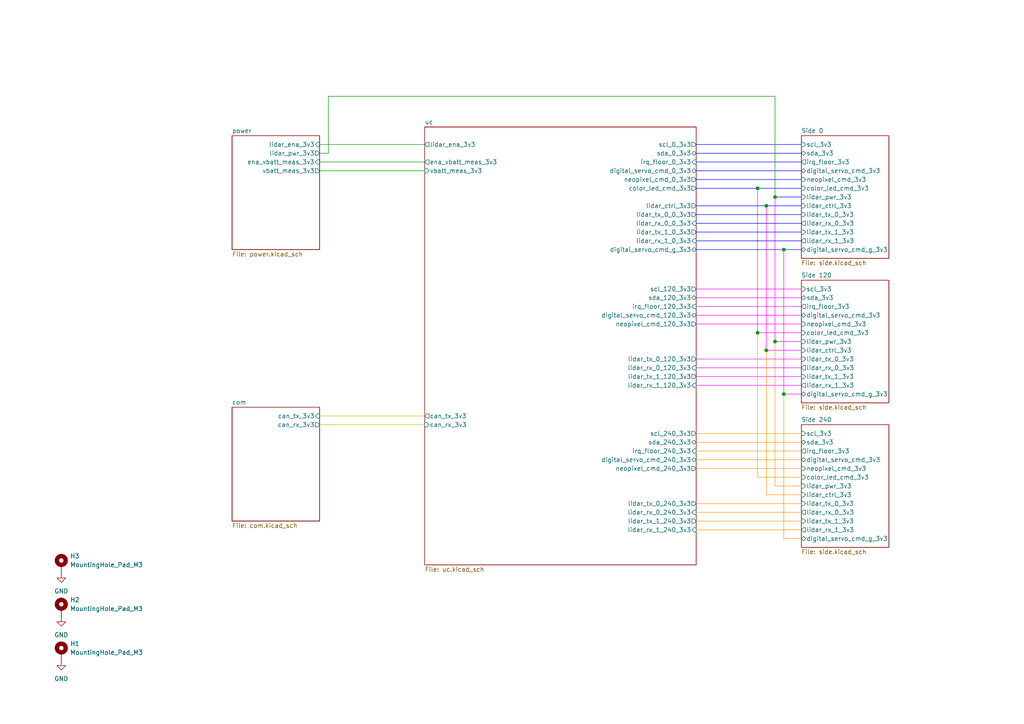
<source format=kicad_sch>
(kicad_sch (version 20250114) (generator "eeschema") (generator_version "9.0")
  (paper "A4")
  (lib_symbols
    (symbol "cocotter_others:MountingHole_Pad_M3" (pin_numbers (hide yes)) (pin_names (offset 1.016) (hide yes)) (exclude_from_sim yes) (in_bom no)
      (property "Reference" "H" (at 0 6.35 0))
      (property "Value" "MountingHole_Pad_M3" (at 0 4.445 0))
      (symbol "MountingHole_Pad_M3_0_1"
        (circle (center 0 1.27) (radius 1.27) (stroke (width 1.27)))
      )
      (symbol "MountingHole_Pad_M3_1_1"
        (pin input line (at 0 -2.54 90) (length 2.54) (name "1") (number "1"))
      )
    )
    (symbol "power:GND" (power) (pin_numbers (hide yes)) (pin_names (offset 0) (hide yes))
      (property "Value" "GND" (at 0 -3.81 0))
      (symbol "GND_0_1"
        (polyline (pts (xy 0 0) (xy 0 -1.27) (xy 1.27 -1.27) (xy 0 -2.54) (xy -1.27 -1.27) (xy 0 -1.27)))
      )
      (symbol "GND_1_1"
        (pin power_in line (at 0 0 270) (length 0) (name "~") (number "1"))
      )
    )
  )
  (junction (at 222.25 59.69))
  (junction (at 227.33 72.39))
  (junction (at 227.33 114.3))
  (junction (at 219.71 96.52))
  (junction (at 224.79 99.06))
  (junction (at 222.25 101.6))
  (junction (at 219.71 54.61))
  (junction (at 224.79 57.15))
  (wire (pts (xy 201.93 44.45) (xy 232.41 44.45)) (stroke (width 0) (color 0 0 255 1)))
  (wire (pts (xy 92.71 49.53) (xy 123.19 49.53)))
  (wire (pts (xy 201.93 93.98) (xy 232.41 93.98)) (stroke (width 0) (color 255 0 255 1)))
  (wire (pts (xy 232.41 156.21) (xy 227.33 156.21)) (stroke (width 0) (color 255 153 0 1)))
  (wire (pts (xy 201.93 69.85) (xy 232.41 69.85)) (stroke (width 0) (color 0 0 255 1)))
  (wire (pts (xy 201.93 59.69) (xy 222.25 59.69)) (stroke (width 0) (color 0 0 255 1)))
  (wire (pts (xy 201.93 146.05) (xy 232.41 146.05)) (stroke (width 0) (color 255 153 0 1)))
  (wire (pts (xy 201.93 148.59) (xy 232.41 148.59)) (stroke (width 0) (color 255 153 0 1)))
  (wire (pts (xy 92.71 123.19) (xy 123.19 123.19)) (stroke (width 0) (color 194 194 0 1)))
  (wire (pts (xy 201.93 135.89) (xy 232.41 135.89)) (stroke (width 0) (color 255 153 0 1)))
  (wire (pts (xy 201.93 151.13) (xy 232.41 151.13)) (stroke (width 0) (color 255 153 0 1)))
  (wire (pts (xy 224.79 57.15) (xy 232.41 57.15)) (stroke (width 0) (color 0 0 255 1)))
  (wire (pts (xy 227.33 72.39) (xy 232.41 72.39)) (stroke (width 0) (color 0 0 255 1)))
  (wire (pts (xy 201.93 128.27) (xy 232.41 128.27)) (stroke (width 0) (color 255 153 0 1)))
  (wire (pts (xy 201.93 130.81) (xy 232.41 130.81)) (stroke (width 0) (color 255 153 0 1)))
  (wire (pts (xy 201.93 62.23) (xy 232.41 62.23)) (stroke (width 0) (color 0 0 255 1)))
  (wire (pts (xy 92.71 44.45) (xy 95.25 44.45)))
  (wire (pts (xy 232.41 101.6) (xy 222.25 101.6)) (stroke (width 0) (color 255 0 255 1)))
  (wire (pts (xy 201.93 67.31) (xy 232.41 67.31)) (stroke (width 0) (color 0 0 255 1)))
  (wire (pts (xy 222.25 101.6) (xy 222.25 143.51)) (stroke (width 0) (color 255 153 0 1)))
  (wire (pts (xy 92.71 120.65) (xy 123.19 120.65)) (stroke (width 0) (color 194 194 0 1)))
  (wire (pts (xy 201.93 64.77) (xy 232.41 64.77)) (stroke (width 0) (color 0 0 255 1)))
  (wire (pts (xy 222.25 59.69) (xy 232.41 59.69)) (stroke (width 0) (color 0 0 255 1)))
  (wire (pts (xy 227.33 156.21) (xy 227.33 114.3)) (stroke (width 0) (color 255 153 0 1)))
  (wire (pts (xy 201.93 109.22) (xy 232.41 109.22)) (stroke (width 0) (color 255 0 255 1)))
  (wire (pts (xy 201.93 52.07) (xy 232.41 52.07)) (stroke (width 0) (color 0 0 255 1)))
  (wire (pts (xy 224.79 140.97) (xy 232.41 140.97)) (stroke (width 0) (color 255 153 0 1)))
  (wire (pts (xy 201.93 49.53) (xy 232.41 49.53)) (stroke (width 0) (color 0 0 255 1)))
  (wire (pts (xy 201.93 104.14) (xy 232.41 104.14)) (stroke (width 0) (color 255 0 255 1)))
  (wire (pts (xy 201.93 41.91) (xy 232.41 41.91)) (stroke (width 0) (color 0 0 255 1)))
  (wire (pts (xy 232.41 114.3) (xy 227.33 114.3)) (stroke (width 0) (color 255 0 255 1)))
  (wire (pts (xy 219.71 54.61) (xy 232.41 54.61)) (stroke (width 0) (color 0 0 255 1)))
  (wire (pts (xy 92.71 46.99) (xy 123.19 46.99)))
  (wire (pts (xy 222.25 59.69) (xy 222.25 101.6)) (stroke (width 0) (color 255 0 255 1)))
  (wire (pts (xy 201.93 133.35) (xy 232.41 133.35)) (stroke (width 0) (color 255 153 0 1)))
  (wire (pts (xy 201.93 72.39) (xy 227.33 72.39)) (stroke (width 0) (color 0 0 255 1)))
  (wire (pts (xy 201.93 54.61) (xy 219.71 54.61)) (stroke (width 0) (color 0 0 255 1)))
  (wire (pts (xy 201.93 46.99) (xy 232.41 46.99)) (stroke (width 0) (color 0 0 255 1)))
  (wire (pts (xy 219.71 54.61) (xy 219.71 96.52)) (stroke (width 0) (color 255 0 255 1)))
  (wire (pts (xy 219.71 138.43) (xy 232.41 138.43)) (stroke (width 0) (color 255 153 0 1)))
  (wire (pts (xy 201.93 125.73) (xy 232.41 125.73)) (stroke (width 0) (color 255 153 0 1)))
  (wire (pts (xy 224.79 99.06) (xy 232.41 99.06)) (stroke (width 0) (color 255 0 255 1)))
  (wire (pts (xy 201.93 91.44) (xy 232.41 91.44)) (stroke (width 0) (color 255 0 255 1)))
  (wire (pts (xy 92.71 41.91) (xy 123.19 41.91)))
  (wire (pts (xy 224.79 99.06) (xy 224.79 140.97)) (stroke (width 0) (color 255 153 0 1)))
  (wire (pts (xy 201.93 111.76) (xy 232.41 111.76)) (stroke (width 0) (color 255 0 255 1)))
  (wire (pts (xy 224.79 57.15) (xy 224.79 99.06)) (stroke (width 0) (color 255 0 255 1)))
  (wire (pts (xy 201.93 86.36) (xy 232.41 86.36)) (stroke (width 0) (color 255 0 255 1)))
  (wire (pts (xy 201.93 106.68) (xy 232.41 106.68)) (stroke (width 0) (color 255 0 255 1)))
  (wire (pts (xy 219.71 96.52) (xy 232.41 96.52)) (stroke (width 0) (color 255 0 255 1)))
  (wire (pts (xy 219.71 96.52) (xy 219.71 138.43)) (stroke (width 0) (color 255 153 0 1)))
  (wire (pts (xy 224.79 57.15) (xy 224.79 27.94)))
  (wire (pts (xy 222.25 143.51) (xy 232.41 143.51)) (stroke (width 0) (color 255 153 0 1)))
  (wire (pts (xy 227.33 114.3) (xy 227.33 72.39)) (stroke (width 0) (color 255 0 255 1)))
  (wire (pts (xy 95.25 44.45) (xy 95.25 27.94)))
  (wire (pts (xy 201.93 153.67) (xy 232.41 153.67)) (stroke (width 0) (color 255 153 0 1)))
  (wire (pts (xy 201.93 83.82) (xy 232.41 83.82)) (stroke (width 0) (color 255 0 255 1)))
  (wire (pts (xy 95.25 27.94) (xy 224.79 27.94)))
  (wire (pts (xy 201.93 88.9) (xy 232.41 88.9)) (stroke (width 0) (color 255 0 255 1)))
  (symbol (lib_id "power:GND") (at 17.78 179.07 0) (unit 1)
    (property "Reference" "#PWR0100" (effects (hide yes)))
    (property "Value" "GND" (at 17.78 184.15 0))
    (property "Description" "Power symbol creates a global label with name \"GND\" , ground" (effects (hide yes)))
  )
  (symbol (lib_id "cocotter_others:MountingHole_Pad_M3") (at 17.78 189.23 0) (unit 1) (exclude_from_sim yes) (in_bom no)
    (property "Reference" "H1" (at 20.32 186.6899 0) (effects (justify left)))
    (property "Value" "MountingHole_Pad_M3" (at 20.32 189.2299 0) (effects (justify left)))
    (property "Footprint" "cocotter_others:MountingHole_3.2mm_M3_Pad_Via" (effects (hide yes)))
    (property "Description" "Mounting Hole with connection" (effects (hide yes)))
  )
  (symbol (lib_id "power:GND") (at 17.78 166.37 0) (unit 1)
    (property "Reference" "#PWR0101" (effects (hide yes)))
    (property "Value" "GND" (at 17.78 171.45 0))
    (property "Description" "Power symbol creates a global label with name \"GND\" , ground" (effects (hide yes)))
  )
  (symbol (lib_id "cocotter_others:MountingHole_Pad_M3") (at 17.78 163.83 0) (unit 1) (exclude_from_sim yes) (in_bom no)
    (property "Reference" "H3" (at 20.32 161.2899 0) (effects (justify left)))
    (property "Value" "MountingHole_Pad_M3" (at 20.32 163.8299 0) (effects (justify left)))
    (property "Footprint" "cocotter_others:MountingHole_3.2mm_M3_Pad_Via" (effects (hide yes)))
    (property "Description" "Mounting Hole with connection" (effects (hide yes)))
  )
  (symbol (lib_id "power:GND") (at 17.78 191.77 0) (unit 1)
    (property "Reference" "#PWR099" (effects (hide yes)))
    (property "Value" "GND" (at 17.78 196.85 0))
    (property "Description" "Power symbol creates a global label with name \"GND\" , ground" (effects (hide yes)))
  )
  (symbol (lib_id "cocotter_others:MountingHole_Pad_M3") (at 17.78 176.53 0) (unit 1) (exclude_from_sim yes) (in_bom no)
    (property "Reference" "H2" (at 20.32 173.9899 0) (effects (justify left)))
    (property "Value" "MountingHole_Pad_M3" (at 20.32 176.5299 0) (effects (justify left)))
    (property "Footprint" "cocotter_others:MountingHole_3.2mm_M3_Pad_Via" (effects (hide yes)))
    (property "Description" "Mounting Hole with connection" (effects (hide yes)))
  )
  (sheet (at 232.41 123.19) (size 25.4 35.56) (stroke (width 0.1524))
    (property "Sheetname" "Side 240" (at 232.41 122.4784 0) (effects (justify left bottom)))
    (property "Sheetfile" "side.kicad_sch" (at 232.41 159.3346 0) (effects (justify left top)))
    (pin "scl_3v3" input (at 232.41 125.73 180))
    (pin "irq_floor_3v3" output (at 232.41 130.81 180))
    (pin "sda_3v3" bidirectional (at 232.41 128.27 180))
    (pin "digital_servo_cmd_3v3" bidirectional (at 232.41 133.35 180))
    (pin "neopixel_cmd_3v3" input (at 232.41 135.89 180))
    (pin "lidar_rx_1_3v3" output (at 232.41 153.67 180))
    (pin "color_led_cmd_3v3" input (at 232.41 138.43 180))
    (pin "lidar_tx_1_3v3" input (at 232.41 151.13 180))
    (pin "lidar_rx_0_3v3" output (at 232.41 148.59 180))
    (pin "lidar_pwr_3v3" input (at 232.41 140.97 180))
    (pin "lidar_tx_0_3v3" input (at 232.41 146.05 180))
    (pin "lidar_ctrl_3v3" input (at 232.41 143.51 180))
    (pin "digital_servo_cmd_g_3v3" bidirectional (at 232.41 156.21 180))
  )
  (sheet (at 232.41 81.28) (size 25.4 35.56) (stroke (width 0.1524))
    (property "Sheetname" "Side 120" (at 232.41 80.5684 0) (effects (justify left bottom)))
    (property "Sheetfile" "side.kicad_sch" (at 232.41 117.4246 0) (effects (justify left top)))
    (pin "scl_3v3" input (at 232.41 83.82 180))
    (pin "irq_floor_3v3" output (at 232.41 88.9 180))
    (pin "sda_3v3" bidirectional (at 232.41 86.36 180))
    (pin "digital_servo_cmd_3v3" bidirectional (at 232.41 91.44 180))
    (pin "neopixel_cmd_3v3" input (at 232.41 93.98 180))
    (pin "lidar_rx_1_3v3" output (at 232.41 111.76 180))
    (pin "color_led_cmd_3v3" input (at 232.41 96.52 180))
    (pin "lidar_tx_1_3v3" input (at 232.41 109.22 180))
    (pin "lidar_rx_0_3v3" output (at 232.41 106.68 180))
    (pin "lidar_pwr_3v3" input (at 232.41 99.06 180))
    (pin "lidar_tx_0_3v3" input (at 232.41 104.14 180))
    (pin "lidar_ctrl_3v3" input (at 232.41 101.6 180))
    (pin "digital_servo_cmd_g_3v3" bidirectional (at 232.41 114.3 180))
  )
  (sheet (at 232.41 39.37) (size 25.4 35.56) (stroke (width 0.1524))
    (property "Sheetname" "Side 0" (at 232.41 38.6584 0) (effects (justify left bottom)))
    (property "Sheetfile" "side.kicad_sch" (at 232.41 75.5146 0) (effects (justify left top)))
    (pin "scl_3v3" input (at 232.41 41.91 180))
    (pin "irq_floor_3v3" output (at 232.41 46.99 180))
    (pin "sda_3v3" bidirectional (at 232.41 44.45 180))
    (pin "digital_servo_cmd_3v3" bidirectional (at 232.41 49.53 180))
    (pin "neopixel_cmd_3v3" input (at 232.41 52.07 180))
    (pin "lidar_rx_1_3v3" output (at 232.41 69.85 180))
    (pin "color_led_cmd_3v3" input (at 232.41 54.61 180))
    (pin "lidar_tx_1_3v3" input (at 232.41 67.31 180))
    (pin "lidar_rx_0_3v3" output (at 232.41 64.77 180))
    (pin "lidar_pwr_3v3" input (at 232.41 57.15 180))
    (pin "lidar_tx_0_3v3" input (at 232.41 62.23 180))
    (pin "lidar_ctrl_3v3" input (at 232.41 59.69 180))
    (pin "digital_servo_cmd_g_3v3" bidirectional (at 232.41 72.39 180))
  )
  (sheet (at 67.31 118.11) (size 25.4 33.02) (stroke (width 0.1524))
    (property "Sheetname" "com" (at 67.31 117.3984 0) (effects (justify left bottom)))
    (property "Sheetfile" "com.kicad_sch" (at 67.31 151.7146 0) (effects (justify left top)))
    (pin "can_rx_3v3" output (at 92.71 123.19 0))
    (pin "can_tx_3v3" input (at 92.71 120.65 0))
  )
  (sheet (at 67.31 39.37) (size 25.4 33.02) (stroke (width 0.1524))
    (property "Sheetname" "power" (at 67.31 38.6584 0) (effects (justify left bottom)))
    (property "Sheetfile" "power.kicad_sch" (at 67.31 72.9746 0) (effects (justify left top)))
    (pin "lidar_ena_3v3" input (at 92.71 41.91 0))
    (pin "lidar_pwr_3v3" output (at 92.71 44.45 0))
    (pin "ena_vbatt_meas_3v3" input (at 92.71 46.99 0))
    (pin "vbatt_meas_3v3" output (at 92.71 49.53 0))
  )
  (sheet (at 123.19 36.83) (size 78.74 127) (stroke (width 0.1524))
    (property "Sheetname" "uc" (at 123.19 36.1184 0) (effects (justify left bottom)))
    (property "Sheetfile" "uc.kicad_sch" (at 123.19 164.4146 0) (effects (justify left top)))
    (pin "sda_120_3v3" bidirectional (at 201.93 86.36 0))
    (pin "sda_0_3v3" bidirectional (at 201.93 44.45 0))
    (pin "scl_120_3v3" output (at 201.93 83.82 0))
    (pin "scl_0_3v3" output (at 201.93 41.91 0))
    (pin "sda_240_3v3" bidirectional (at 201.93 128.27 0))
    (pin "scl_240_3v3" output (at 201.93 125.73 0))
    (pin "lidar_ena_3v3" output (at 123.19 41.91 180))
    (pin "lidar_tx_0_0_3v3" output (at 201.93 62.23 0))
    (pin "lidar_rx_0_0_3v3" input (at 201.93 64.77 0))
    (pin "lidar_ctrl_3v3" output (at 201.93 59.69 0))
    (pin "lidar_tx_1_0_3v3" output (at 201.93 67.31 0))
    (pin "lidar_rx_1_0_3v3" input (at 201.93 69.85 0))
    (pin "lidar_tx_0_120_3v3" output (at 201.93 104.14 0))
    (pin "lidar_rx_1_120_3v3" input (at 201.93 111.76 0))
    (pin "lidar_rx_0_120_3v3" input (at 201.93 106.68 0))
    (pin "lidar_tx_1_120_3v3" output (at 201.93 109.22 0))
    (pin "digital_servo_cmd_120_3v3" bidirectional (at 201.93 91.44 0))
    (pin "digital_servo_cmd_0_3v3" bidirectional (at 201.93 49.53 0))
    (pin "digital_servo_cmd_240_3v3" bidirectional (at 201.93 133.35 0))
    (pin "lidar_rx_0_240_3v3" input (at 201.93 148.59 0))
    (pin "lidar_rx_1_240_3v3" input (at 201.93 153.67 0))
    (pin "lidar_tx_0_240_3v3" output (at 201.93 146.05 0))
    (pin "lidar_tx_1_240_3v3" output (at 201.93 151.13 0))
    (pin "digital_servo_cmd_g_3v3" bidirectional (at 201.93 72.39 0))
    (pin "irq_floor_0_3v3" input (at 201.93 46.99 0))
    (pin "irq_floor_120_3v3" input (at 201.93 88.9 0))
    (pin "irq_floor_240_3v3" input (at 201.93 130.81 0))
    (pin "neopixel_cmd_0_3v3" output (at 201.93 52.07 0))
    (pin "neopixel_cmd_120_3v3" output (at 201.93 93.98 0))
    (pin "neopixel_cmd_240_3v3" output (at 201.93 135.89 0))
    (pin "can_rx_3v3" input (at 123.19 123.19 180))
    (pin "can_tx_3v3" output (at 123.19 120.65 180))
    (pin "color_led_cmd_3v3" output (at 201.93 54.61 0))
    (pin "ena_vbatt_meas_3v3" output (at 123.19 46.99 180))
    (pin "vbatt_meas_3v3" input (at 123.19 49.53 180))
  )
)
</source>
